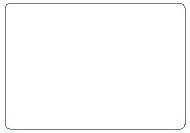
<source format=gbr>
%TF.GenerationSoftware,KiCad,Pcbnew,8.0.3*%
%TF.CreationDate,2024-10-24T18:29:52-05:00*%
%TF.ProjectId,EZ-VIK,455a2d56-494b-42e6-9b69-6361645f7063,rev?*%
%TF.SameCoordinates,Original*%
%TF.FileFunction,Profile,NP*%
%FSLAX46Y46*%
G04 Gerber Fmt 4.6, Leading zero omitted, Abs format (unit mm)*
G04 Created by KiCad (PCBNEW 8.0.3) date 2024-10-24 18:29:52*
%MOMM*%
%LPD*%
G01*
G04 APERTURE LIST*
%TA.AperFunction,Profile*%
%ADD10C,0.100000*%
%TD*%
G04 APERTURE END LIST*
D10*
X147320000Y-91870116D02*
G75*
G02*
X147750116Y-91440000I430100J16D01*
G01*
X147751138Y-102106978D02*
G75*
G02*
X147321022Y-101676862I-38J430078D01*
G01*
X162558978Y-101676862D02*
G75*
G02*
X162128862Y-102106978I-430078J-38D01*
G01*
X162128862Y-91441022D02*
X147750116Y-91440000D01*
X162128862Y-91441022D02*
G75*
G02*
X162558978Y-91871138I38J-430078D01*
G01*
X147320000Y-91870116D02*
X147321022Y-101676862D01*
X147751138Y-102106978D02*
X162128862Y-102106978D01*
X162558978Y-101676862D02*
X162558978Y-91871138D01*
M02*

</source>
